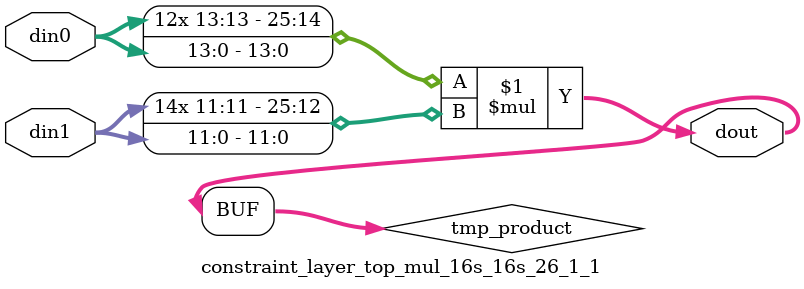
<source format=v>

`timescale 1 ns / 1 ps

 module constraint_layer_top_mul_16s_16s_26_1_1(din0, din1, dout);
parameter ID = 1;
parameter NUM_STAGE = 0;
parameter din0_WIDTH = 14;
parameter din1_WIDTH = 12;
parameter dout_WIDTH = 26;

input [din0_WIDTH - 1 : 0] din0; 
input [din1_WIDTH - 1 : 0] din1; 
output [dout_WIDTH - 1 : 0] dout;

wire signed [dout_WIDTH - 1 : 0] tmp_product;



























assign tmp_product = $signed(din0) * $signed(din1);








assign dout = tmp_product;





















endmodule

</source>
